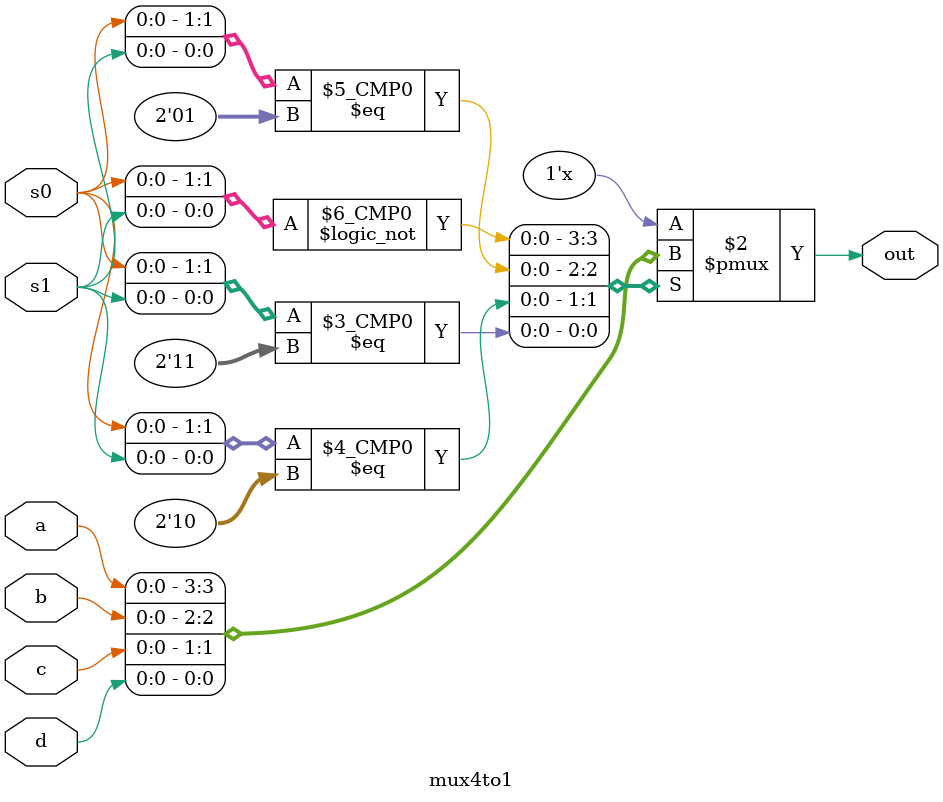
<source format=v>
module mux4to1(a,b,c,d,s0,s1,out);
	input a,b,c,d;
	input s0,s1;
	output out;
	reg out;
	always@(*)begin
		case({s0,s1})
			2'b00:out=a;
			2'b01:out=b;
			2'b10:out=c;
			2'b11:out=d;
		endcase
	end
endmodule

</source>
